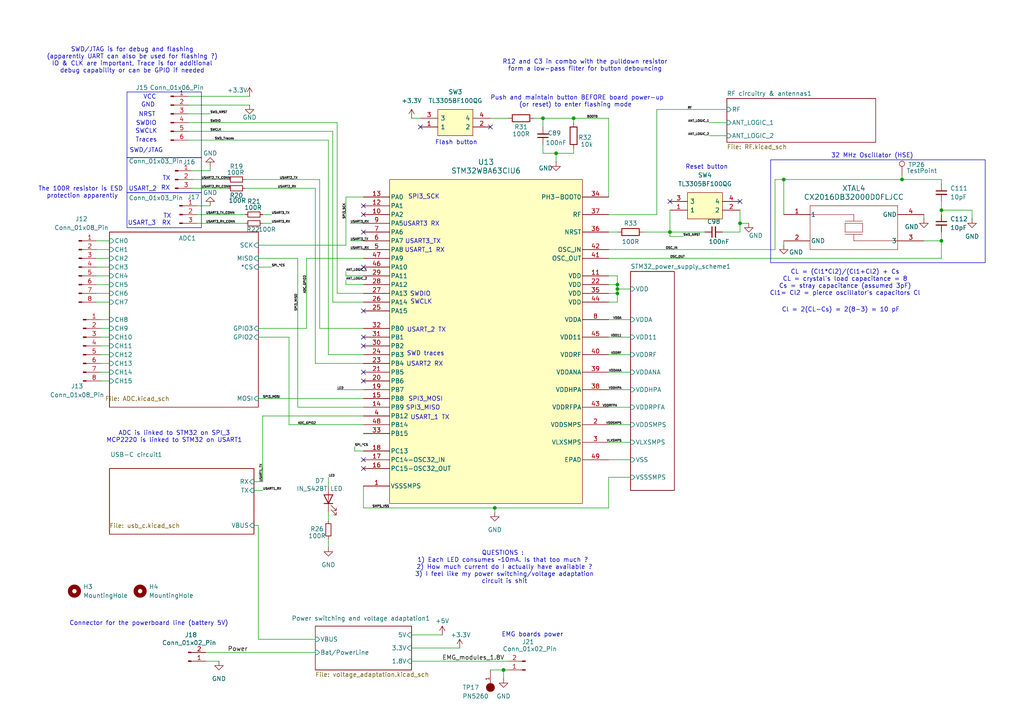
<source format=kicad_sch>
(kicad_sch (version 20250114) (generator "eeschema") (generator_version "9.0")
  (paper "A4")
  (title_block (company "N-Pulse"))
  (lib_symbols
    (symbol "CX2016DB32000D0FLJCC:CX2016DB32000D0FLJCC" (pin_names (offset 0.254))
      (property "Reference" "XTAL" (at 20.32 7.62 0))
      (property "Value" "CX2016DB32000D0FLJCC" (at 20.32 5.08 0))
      (symbol "CX2016DB32000D0FLJCC_0_1"
        (polyline (pts (xy 7.62 2.54) (xy 7.62 -10.16)) (stroke (width 0.127)))
        (polyline (pts (xy 7.62 0) (xy 20.32 0)) (stroke (width 0.127)))
        (polyline (pts (xy 7.62 -10.16) (xy 33.02 -10.16)) (stroke (width 0.127)))
        (polyline (pts (xy 17.78 -1.905) (xy 22.86 -1.905)) (stroke (width 0.127)))
        (polyline (pts (xy 17.78 -2.54) (xy 22.86 -2.54)) (stroke (width 0.127)))
        (polyline (pts (xy 17.78 -5.08) (xy 17.78 -2.54)) (stroke (width 0.127)))
        (polyline (pts (xy 17.78 -5.715) (xy 22.86 -5.715)) (stroke (width 0.127)))
        (polyline (pts (xy 20.32 0) (xy 20.32 -1.905)) (stroke (width 0.127)))
        (polyline (pts (xy 20.32 -7.62) (xy 20.32 -5.715)) (stroke (width 0.127)))
        (polyline (pts (xy 20.32 -7.62) (xy 33.02 -7.62)) (stroke (width 0.127)))
        (polyline (pts (xy 22.86 -2.54) (xy 22.86 -5.08)) (stroke (width 0.127)))
        (polyline (pts (xy 22.86 -5.08) (xy 17.78 -5.08)) (stroke (width 0.127)))
        (polyline (pts (xy 33.02 2.54) (xy 7.62 2.54)) (stroke (width 0.127)))
        (polyline (pts (xy 33.02 -10.16) (xy 33.02 2.54)) (stroke (width 0.127)))
        (pin unspecified line (at 0 0 0) (length 7.62) (name "1") (number "1"))
        (pin power_out line (at 0 -7.62 0) (length 7.62) (name "GND") (number "2"))
        (pin power_out line (at 40.64 0 180) (length 7.62) (name "GND") (number "4"))
        (pin unspecified line (at 40.64 -7.62 180) (length 7.62) (name "3") (number "3"))
      )
    )
    (symbol "Connector:Conn_01x02_Pin" (pin_names (offset 1.016) (hide yes))
      (property "Reference" "J" (at 0 2.54 0))
      (property "Value" "Conn_01x02_Pin" (at 0 -5.08 0))
      (symbol "Conn_01x02_Pin_1_1"
        (rectangle (start 0.8636 0.127) (end 0 -0.127) (stroke (width 0.1524)) (fill (type outline)))
        (rectangle (start 0.8636 -2.413) (end 0 -2.667) (stroke (width 0.1524)) (fill (type outline)))
        (polyline (pts (xy 1.27 0) (xy 0.8636 0)) (stroke (width 0.1524)))
        (polyline (pts (xy 1.27 -2.54) (xy 0.8636 -2.54)) (stroke (width 0.1524)))
        (pin passive line (at 5.08 0 180) (length 3.81) (name "Pin_1") (number "1"))
        (pin passive line (at 5.08 -2.54 180) (length 3.81) (name "Pin_2") (number "2"))
      )
    )
    (symbol "Connector:Conn_01x03_Pin" (pin_names (offset 1.016) (hide yes))
      (property "Reference" "J" (at 0 5.08 0))
      (property "Value" "Conn_01x03_Pin" (at 0 -5.08 0))
      (symbol "Conn_01x03_Pin_1_1"
        (rectangle (start 0.8636 2.667) (end 0 2.413) (stroke (width 0.1524)) (fill (type outline)))
        (rectangle (start 0.8636 0.127) (end 0 -0.127) (stroke (width 0.1524)) (fill (type outline)))
        (rectangle (start 0.8636 -2.413) (end 0 -2.667) (stroke (width 0.1524)) (fill (type outline)))
        (polyline (pts (xy 1.27 2.54) (xy 0.8636 2.54)) (stroke (width 0.1524)))
        (polyline (pts (xy 1.27 0) (xy 0.8636 0)) (stroke (width 0.1524)))
        (polyline (pts (xy 1.27 -2.54) (xy 0.8636 -2.54)) (stroke (width 0.1524)))
        (pin passive line (at 5.08 2.54 180) (length 3.81) (name "Pin_1") (number "1"))
        (pin passive line (at 5.08 0 180) (length 3.81) (name "Pin_2") (number "2"))
        (pin passive line (at 5.08 -2.54 180) (length 3.81) (name "Pin_3") (number "3"))
      )
    )
    (symbol "Connector:Conn_01x06_Pin" (pin_names (offset 1.016) (hide yes))
      (property "Reference" "J" (at 0 7.62 0))
      (property "Value" "Conn_01x06_Pin" (at 0 -10.16 0))
      (symbol "Conn_01x06_Pin_1_1"
        (rectangle (start 0.8636 5.207) (end 0 4.953) (stroke (width 0.1524)) (fill (type outline)))
        (rectangle (start 0.8636 2.667) (end 0 2.413) (stroke (width 0.1524)) (fill (type outline)))
        (rectangle (start 0.8636 0.127) (end 0 -0.127) (stroke (width 0.1524)) (fill (type outline)))
        (rectangle (start 0.8636 -2.413) (end 0 -2.667) (stroke (width 0.1524)) (fill (type outline)))
        (rectangle (start 0.8636 -4.953) (end 0 -5.207) (stroke (width 0.1524)) (fill (type outline)))
        (rectangle (start 0.8636 -7.493) (end 0 -7.747) (stroke (width 0.1524)) (fill (type outline)))
        (polyline (pts (xy 1.27 5.08) (xy 0.8636 5.08)) (stroke (width 0.1524)))
        (polyline (pts (xy 1.27 2.54) (xy 0.8636 2.54)) (stroke (width 0.1524)))
        (polyline (pts (xy 1.27 0) (xy 0.8636 0)) (stroke (width 0.1524)))
        (polyline (pts (xy 1.27 -2.54) (xy 0.8636 -2.54)) (stroke (width 0.1524)))
        (polyline (pts (xy 1.27 -5.08) (xy 0.8636 -5.08)) (stroke (width 0.1524)))
        (polyline (pts (xy 1.27 -7.62) (xy 0.8636 -7.62)) (stroke (width 0.1524)))
        (pin passive line (at 5.08 5.08 180) (length 3.81) (name "Pin_1") (number "1"))
        (pin passive line (at 5.08 2.54 180) (length 3.81) (name "Pin_2") (number "2"))
        (pin passive line (at 5.08 0 180) (length 3.81) (name "Pin_3") (number "3"))
        (pin passive line (at 5.08 -2.54 180) (length 3.81) (name "Pin_4") (number "4"))
        (pin passive line (at 5.08 -5.08 180) (length 3.81) (name "Pin_5") (number "5"))
        (pin passive line (at 5.08 -7.62 180) (length 3.81) (name "Pin_6") (number "6"))
      )
    )
    (symbol "Connector:Conn_01x08_Pin" (pin_names (offset 1.016) (hide yes))
      (property "Reference" "J" (at 0 10.16 0))
      (property "Value" "Conn_01x08_Pin" (at 0 -12.7 0))
      (symbol "Conn_01x08_Pin_1_1"
        (rectangle (start 0.8636 7.747) (end 0 7.493) (stroke (width 0.1524)) (fill (type outline)))
        (rectangle (start 0.8636 5.207) (end 0 4.953) (stroke (width 0.1524)) (fill (type outline)))
        (rectangle (start 0.8636 2.667) (end 0 2.413) (stroke (width 0.1524)) (fill (type outline)))
        (rectangle (start 0.8636 0.127) (end 0 -0.127) (stroke (width 0.1524)) (fill (type outline)))
        (rectangle (start 0.8636 -2.413) (end 0 -2.667) (stroke (width 0.1524)) (fill (type outline)))
        (rectangle (start 0.8636 -4.953) (end 0 -5.207) (stroke (width 0.1524)) (fill (type outline)))
        (rectangle (start 0.8636 -7.493) (end 0 -7.747) (stroke (width 0.1524)) (fill (type outline)))
        (rectangle (start 0.8636 -10.033) (end 0 -10.287) (stroke (width 0.1524)) (fill (type outline)))
        (polyline (pts (xy 1.27 7.62) (xy 0.8636 7.62)) (stroke (width 0.1524)))
        (polyline (pts (xy 1.27 5.08) (xy 0.8636 5.08)) (stroke (width 0.1524)))
        (polyline (pts (xy 1.27 2.54) (xy 0.8636 2.54)) (stroke (width 0.1524)))
        (polyline (pts (xy 1.27 0) (xy 0.8636 0)) (stroke (width 0.1524)))
        (polyline (pts (xy 1.27 -2.54) (xy 0.8636 -2.54)) (stroke (width 0.1524)))
        (polyline (pts (xy 1.27 -5.08) (xy 0.8636 -5.08)) (stroke (width 0.1524)))
        (polyline (pts (xy 1.27 -7.62) (xy 0.8636 -7.62)) (stroke (width 0.1524)))
        (polyline (pts (xy 1.27 -10.16) (xy 0.8636 -10.16)) (stroke (width 0.1524)))
        (pin passive line (at 5.08 7.62 180) (length 3.81) (name "Pin_1") (number "1"))
        (pin passive line (at 5.08 5.08 180) (length 3.81) (name "Pin_2") (number "2"))
        (pin passive line (at 5.08 2.54 180) (length 3.81) (name "Pin_3") (number "3"))
        (pin passive line (at 5.08 0 180) (length 3.81) (name "Pin_4") (number "4"))
        (pin passive line (at 5.08 -2.54 180) (length 3.81) (name "Pin_5") (number "5"))
        (pin passive line (at 5.08 -5.08 180) (length 3.81) (name "Pin_6") (number "6"))
        (pin passive line (at 5.08 -7.62 180) (length 3.81) (name "Pin_7") (number "7"))
        (pin passive line (at 5.08 -10.16 180) (length 3.81) (name "Pin_8") (number "8"))
      )
    )
    (symbol "Connector:TestPoint" (pin_numbers (hide yes)) (pin_names (offset 0.762) (hide yes))
      (property "Reference" "TP" (at 0 6.858 0))
      (property "Value" "TestPoint" (at 0 5.08 0))
      (symbol "TestPoint_0_1"
        (circle (center 0 3.302) (radius 0.762))
      )
      (symbol "TestPoint_1_1"
        (pin passive line (at 0 0 90) (length 2.54) (name "1") (number "1"))
      )
    )
    (symbol "Device:C_Small" (pin_numbers (hide yes)) (pin_names (offset 0.254) (hide yes))
      (property "Reference" "C" (at 0.254 1.778 0))
      (property "Value" "C_Small" (at 0.254 -2.032 0))
      (symbol "C_Small_0_1"
        (polyline (pts (xy -1.524 0.508) (xy 1.524 0.508)) (stroke (width 0.3048)))
        (polyline (pts (xy -1.524 -0.508) (xy 1.524 -0.508)) (stroke (width 0.3302)))
      )
      (symbol "C_Small_1_1"
        (pin passive line (at 0 2.54 270) (length 2.032) (name "~") (number "1"))
        (pin passive line (at 0 -2.54 90) (length 2.032) (name "~") (number "2"))
      )
    )
    (symbol "Device:LED" (pin_numbers (hide yes)) (pin_names (offset 1.016) (hide yes))
      (property "Reference" "D" (at 0 2.54 0))
      (property "Value" "LED" (at 0 -2.54 0))
      (symbol "LED_0_1"
        (polyline (pts (xy -3.048 -0.762) (xy -4.572 -2.286) (xy -3.81 -2.286) (xy -4.572 -2.286) (xy -4.572 -1.524)))
        (polyline (pts (xy -1.778 -0.762) (xy -3.302 -2.286) (xy -2.54 -2.286) (xy -3.302 -2.286) (xy -3.302 -1.524)))
        (polyline (pts (xy -1.27 0) (xy 1.27 0)))
        (polyline (pts (xy -1.27 -1.27) (xy -1.27 1.27)) (stroke (width 0.254)))
        (polyline (pts (xy 1.27 -1.27) (xy 1.27 1.27) (xy -1.27 0) (xy 1.27 -1.27)) (stroke (width 0.254)))
      )
      (symbol "LED_1_1"
        (pin passive line (at -3.81 0 0) (length 2.54) (name "K") (number "1"))
        (pin passive line (at 3.81 0 180) (length 2.54) (name "A") (number "2"))
      )
    )
    (symbol "Device:R" (pin_numbers (hide yes)) (pin_names (offset 0))
      (property "Reference" "R" (at 2.032 0 90))
      (property "Value" "R" (at 0 0 90))
      (symbol "R_0_1"
        (rectangle (start -1.016 -2.54) (end 1.016 2.54) (stroke (width 0.254)))
      )
      (symbol "R_1_1"
        (pin passive line (at 0 3.81 270) (length 1.27) (name "~") (number "1"))
        (pin passive line (at 0 -3.81 90) (length 1.27) (name "~") (number "2"))
      )
    )
    (symbol "Device:R_Small" (pin_numbers (hide yes)) (pin_names (offset 0.254) (hide yes))
      (property "Reference" "R" (at 0.762 0.508 0))
      (property "Value" "R_Small" (at 0.762 -1.016 0))
      (symbol "R_Small_0_1"
        (rectangle (start -0.762 1.778) (end 0.762 -1.778) (stroke (width 0.2032)))
      )
      (symbol "R_Small_1_1"
        (pin passive line (at 0 2.54 270) (length 0.762) (name "~") (number "1"))
        (pin passive line (at 0 -2.54 90) (length 0.762) (name "~") (number "2"))
      )
    )
    (symbol "Mechanical:MountingHole" (pin_names (offset 1.016)) (exclude_from_sim yes) (in_bom no)
      (property "Reference" "H" (at 0 5.08 0))
      (property "Value" "MountingHole" (at 0 3.175 0))
      (symbol "MountingHole_0_1"
        (circle (center 0 0) (radius 1.27) (stroke (width 1.27)))
      )
    )
    (symbol "PN5260:5260" (pin_names (offset 1.016))
      (property "Reference" "TP" (at -2.5444 2.5415 0))
      (property "Value" "5260" (at -2.55 -5.0866 0))
      (symbol "5260_0_0"
        (circle (center 0 0) (radius 0.635) (stroke (width 1.27)))
        (pin passive line (at -5.08 0 0) (length 5.08) (name "~") (number "1"))
      )
    )
    (symbol "STM32WBA63CI:STM32WBA63CIU6" (pin_names (offset 0.254))
      (property "Reference" "U1" (at 35.56 10.16 0))
      (property "Value" "STM32WBA63CIU6" (at 35.56 7.62 0))
      (symbol "STM32WBA63CIU6_0_1"
        (pin bidirectional line (at 0 0 0) (length 7.62) (name "PA0") (number "13"))
        (pin bidirectional line (at 0 -2.54 0) (length 7.62) (name "PA1") (number "12"))
        (pin bidirectional line (at 0 -5.08 0) (length 7.62) (name "PA2") (number "10"))
        (pin bidirectional line (at 0 -7.62 0) (length 7.62) (name "PA5") (number "9"))
        (pin bidirectional line (at 0 -10.16 0) (length 7.62) (name "PA6") (number "7"))
        (pin bidirectional line (at 0 -12.7 0) (length 7.62) (name "PA7") (number "6"))
        (pin bidirectional line (at 0 -15.24 0) (length 7.62) (name "PA8") (number "5"))
        (pin bidirectional line (at 0 -17.78 0) (length 7.62) (name "PA9") (number "47"))
        (pin bidirectional line (at 0 -20.32 0) (length 7.62) (name "PA10") (number "46"))
        (pin bidirectional line (at 0 -22.86 0) (length 7.62) (name "PA11") (number "29"))
        (pin bidirectional line (at 0 -25.4 0) (length 7.62) (name "PA12") (number "28"))
        (pin bidirectional line (at 0 -27.94 0) (length 7.62) (name "PA13") (number "27"))
        (pin bidirectional line (at 0 -30.48 0) (length 7.62) (name "PA14") (number "26"))
        (pin bidirectional line (at 0 -33.02 0) (length 7.62) (name "PA15") (number "25"))
        (pin bidirectional line (at 0 -38.1 0) (length 7.62) (name "PB0") (number "32"))
        (pin bidirectional line (at 0 -40.64 0) (length 7.62) (name "PB1") (number "31"))
        (pin bidirectional line (at 0 -43.18 0) (length 7.62) (name "PB2") (number "30"))
        (pin bidirectional line (at 0 -45.72 0) (length 7.62) (name "PB3") (number "24"))
        (pin bidirectional line (at 0 -48.26 0) (length 7.62) (name "PB4") (number "23"))
        (pin bidirectional line (at 0 -50.8 0) (length 7.62) (name "PB5") (number "21"))
        (pin bidirectional line (at 0 -53.34 0) (length 7.62) (name "PB6") (number "20"))
        (pin bidirectional line (at 0 -55.88 0) (length 7.62) (name "PB7") (number "19"))
        (pin bidirectional line (at 0 -58.42 0) (length 7.62) (name "PB8") (number "15"))
        (pin bidirectional line (at 0 -60.96 0) (length 7.62) (name "PB9") (number "14"))
        (pin bidirectional line (at 0 -63.5 0) (length 7.62) (name "PB12") (number "4"))
        (pin bidirectional line (at 0 -66.04 0) (length 7.62) (name "PB14") (number "48"))
        (pin bidirectional line (at 0 -68.58 0) (length 7.62) (name "PB15") (number "33"))
        (pin bidirectional line (at 0 -73.66 0) (length 7.62) (name "PC13") (number "18"))
        (pin bidirectional line (at 0 -76.2 0) (length 7.62) (name "PC14-OSC32_IN") (number "17"))
        (pin bidirectional line (at 0 -78.74 0) (length 7.62) (name "PC15-OSC32_OUT") (number "16"))
        (pin power_in line (at 0 -83.82 0) (length 7.62) (name "VSSSMPS") (number "1"))
        (pin bidirectional line (at 71.12 0 180) (length 7.62) (name "PH3-BOOT0") (number "34"))
        (pin bidirectional line (at 71.12 -5.08 180) (length 7.62) (name "RF") (number "37"))
        (pin bidirectional line (at 71.12 -10.16 180) (length 7.62) (name "NRST") (number "36"))
        (pin input line (at 71.12 -15.24 180) (length 7.62) (name "OSC_IN") (number "42"))
        (pin output line (at 71.12 -17.78 180) (length 7.62) (name "OSC_OUT") (number "41"))
        (pin power_in line (at 71.12 -22.86 180) (length 7.62) (name "VDD") (number "11"))
        (pin power_in line (at 71.12 -25.4 180) (length 7.62) (name "VDD") (number "22"))
        (pin power_in line (at 71.12 -27.94 180) (length 7.62) (name "VDD") (number "35"))
        (pin power_in line (at 71.12 -30.48 180) (length 7.62) (name "VDD") (number "44"))
        (pin power_in line (at 71.12 -35.56 180) (length 7.62) (name "VDDA") (number "8"))
        (pin power_in line (at 71.12 -40.64 180) (length 7.62) (name "VDD11") (number "45"))
        (pin power_in line (at 71.12 -45.72 180) (length 7.62) (name "VDDRF") (number "40"))
        (pin power_in line (at 71.12 -50.8 180) (length 7.62) (name "VDDANA") (number "39"))
        (pin power_in line (at 71.12 -55.88 180) (length 7.62) (name "VDDHPA") (number "38"))
        (pin power_in line (at 71.12 -60.96 180) (length 7.62) (name "VDDRFPA") (number "43"))
        (pin power_in line (at 71.12 -66.04 180) (length 7.62) (name "VDDSMPS") (number "2"))
        (pin power_in line (at 71.12 -71.12 180) (length 7.62) (name "VLXSMPS") (number "3"))
        (pin unspecified line (at 71.12 -76.2 180) (length 7.62) (name "EPAD") (number "49"))
      )
      (symbol "STM32WBA63CIU6_1_1"
        (rectangle (start 7.62 5.08) (end 63.5 -88.9) (fill (type background)))
      )
    )
    (symbol "TL3305BF100QG:TL3305BF100QG" (pin_names (offset 0.762))
      (property "Reference" "SW2" (at 10.16 7.62 0))
      (property "Value" "TL3305BF100QG" (at 10.16 5.08 0))
      (symbol "TL3305BF100QG_0_0"
        (pin passive line (at 0 0 0) (length 5.08) (name "3") (number "3"))
        (pin passive line (at 0 -2.54 0) (length 5.08) (name "1") (number "1"))
        (pin passive line (at 20.32 0 180) (length 5.08) (name "4") (number "4"))
        (pin passive line (at 20.32 -2.54 180) (length 5.08) (name "2") (number "2"))
      )
      (symbol "TL3305BF100QG_0_1"
        (polyline (pts (xy 5.08 2.54) (xy 15.24 2.54) (xy 15.24 -5.08) (xy 5.08 -5.08) (xy 5.08 2.54)) (stroke (width 0.1524)) (fill (type background)))
      )
    )
    (symbol "TL3305BF100QG_1" (pin_names (offset 0.762))
      (property "Reference" "SW1" (at 10.16 7.62 0))
      (property "Value" "TL3305BF100QG" (at 10.16 5.08 0))
      (symbol "TL3305BF100QG_1_0_0"
        (pin passive line (at 0 0 0) (length 5.08) (name "3") (number "3"))
        (pin passive line (at 0 -2.54 0) (length 5.08) (name "1") (number "1"))
        (pin passive line (at 20.32 0 180) (length 5.08) (name "4") (number "4"))
        (pin passive line (at 20.32 -2.54 180) (length 5.08) (name "2") (number "2"))
      )
      (symbol "TL3305BF100QG_1_0_1"
        (polyline (pts (xy 5.08 2.54) (xy 15.24 2.54) (xy 15.24 -5.08) (xy 5.08 -5.08) (xy 5.08 2.54)) (stroke (width 0.1524)) (fill (type background)))
      )
    )
    (symbol "power:+3.3V" (power) (pin_numbers (hide yes)) (pin_names (offset 0) (hide yes))
      (property "Value" "+3.3V" (at 0 3.556 0))
      (symbol "+3.3V_0_1"
        (polyline (pts (xy -0.762 1.27) (xy 0 2.54)))
        (polyline (pts (xy 0 2.54) (xy 0.762 1.27)))
        (polyline (pts (xy 0 0) (xy 0 2.54)))
      )
      (symbol "+3.3V_1_1"
        (pin power_in line (at 0 0 90) (length 0) (name "~") (number "1"))
      )
    )
    (symbol "power:+5V" (power) (pin_numbers (hide yes)) (pin_names (offset 0) (hide yes))
      (property "Value" "+5V" (at 0 3.556 0))
      (symbol "+5V_0_1"
        (polyline (pts (xy -0.762 1.27) (xy 0 2.54)))
        (polyline (pts (xy 0 2.54) (xy 0.762 1.27)))
        (polyline (pts (xy 0 0) (xy 0 2.54)))
      )
      (symbol "+5V_1_1"
        (pin power_in line (at 0 0 90) (length 0) (name "~") (number "1"))
      )
    )
    (symbol "power:GND" (power) (pin_numbers (hide yes)) (pin_names (offset 0) (hide yes))
      (property "Value" "GND" (at 0 -3.81 0))
      (symbol "GND_0_1"
        (polyline (pts (xy 0 0) (xy 0 -1.27) (xy 1.27 -1.27) (xy 0 -2.54) (xy -1.27 -1.27) (xy 0 -1.27)))
      )
      (symbol "GND_1_1"
        (pin power_in line (at 0 0 270) (length 0) (name "~") (number "1"))
      )
    )
  )
  (text "GND\n" (at 42.926 30.48 0) (effects (font (size 1.27 1.27))))
  (text "SPI3_MOSI" (at 123.444 115.824 0) (effects (font (size 1.27 1.27))))
  (text "Cl = 2(CL-Cs) = 2(8-3) = 10 pF" (at 243.84 89.916 0) (effects (font (size 1.27 1.27))))
  (text "QUESTIONS : \n1) Each LED consumes ~10mA. Is that too much ? \n2) How much current do I actually have available ?\n3) I feel like my power switching/voltage adaptation\ncircuit is shit\n" (at 146.304 164.592 0) (effects (font (size 1.27 1.27))))
  (text "RX\n" (at 48.006 54.61 0) (effects (font (size 1.27 1.27))))
  (text "USART2 RX" (at 123.19 105.664 0) (effects (font (size 1.27 1.27))))
  (text "VCC\n" (at 43.434 28.194 0) (effects (font (size 1.27 1.27))))
  (text "SWD traces\n" (at 123.444 102.616 0) (effects (font (size 1.27 1.27))))
  (text "Reset button\n" (at 204.978 48.514 0) (effects (font (size 1.27 1.27))))
  (text "CL = (Cl1*Cl2)/(Cl1+Cl2) + Cs\nCL = crystal's load capacitance = 8\nCs = stray capacitance (assumed 3pF)\nCl1= Cl2 = pierce oscillator's capacitors Cl" (at 245.11 82.042 0) (effects (font (size 1.27 1.27))))
  (text "Traces" (at 42.418 40.64 0) (effects (font (size 1.27 1.27))))
  (text "SWD/JTAG" (at 42.418 43.688 0) (effects (font (size 1.27 1.27))))
  (text "USART_3\n" (at 41.148 64.77 0) (effects (font (size 1.27 1.27))))
  (text "The 100R resistor is ESD \nprotection apparently" (at 23.876 55.88 0) (effects (font (size 1.27 1.27))))
  (text "SWCLK" (at 122.174 87.63 0) (effects (font (size 1.27 1.27))))
  (text "Push and maintain button BEFORE board power-up\n(or reset) to enter flashing mode " (at 167.386 29.464 0) (effects (font (size 1.27 1.27))))
  (text "SWDIO" (at 42.418 35.814 0) (effects (font (size 1.27 1.27))))
  (text "RX\n" (at 48.26 64.77 0) (effects (font (size 1.27 1.27))))
  (text "R12 and C3 in combo with the pulldown resistor\nform a low-pass filter for button debouncing" (at 169.672 19.05 0) (effects (font (size 1.27 1.27))))
  (text "SWCLK" (at 42.418 38.1 0) (effects (font (size 1.27 1.27))))
  (text "SPI3_MISO" (at 122.682 118.364 0) (effects (font (size 1.27 1.27))))
  (text "32 MHz Oscillator (HSE)\n" (at 252.984 45.212 0) (effects (font (size 1.27 1.27))))
  (text "TX\n" (at 48.514 62.738 0) (effects (font (size 1.27 1.27))))
  (text "SWDIO" (at 121.92 85.344 0) (effects (font (size 1.27 1.27))))
  (text "EMG boards power\n\n" (at 154.432 185.166 0) (effects (font (size 1.27 1.27))))
  (text "ADC is linked to STM32 on SPI_3\nMCP2220 is linked to STM32 on USART1\n" (at 50.546 126.746 0) (effects (font (size 1.27 1.27))))
  (text "USART3_TX" (at 122.682 70.104 0) (effects (font (size 1.27 1.27))))
  (text "USART_1 RX" (at 123.19 72.644 0) (effects (font (size 1.27 1.27))))
  (text "NRST" (at 42.672 33.274 0) (effects (font (size 1.27 1.27))))
  (text "Connector for the powerboard line (battery 5V)\n" (at 43.18 180.848 0) (effects (font (size 1.27 1.27))))
  (text "USART_2 TX" (at 123.698 95.758 0) (effects (font (size 1.27 1.27))))
  (text "USART_2" (at 41.402 54.864 0) (effects (font (size 1.27 1.27))))
  (text "USART3 RX" (at 122.174 65.024 0) (effects (font (size 1.27 1.27))))
  (text "TX\n" (at 48.26 51.816 0) (effects (font (size 1.27 1.27))))
  (text "Flash button" (at 132.334 41.402 0) (effects (font (size 1.27 1.27))))
  (text "SPI3_SCK" (at 122.936 57.15 0) (effects (font (size 1.27 1.27))))
  (text "SWD/JTAG is for debug and flashing\n(apparently UART can also be used for flashing ?)\nIO & CLK are important, Trace is for additional\ndebug capability or can be GPIO if needed\n" (at 38.354 17.526 0) (effects (font (size 1.27 1.27))))
  (text "USART_1 TX" (at 124.714 121.158 0) (effects (font (size 1.27 1.27))))
  (text_box "" (at 36.83 55.88 0) (size 21.59 10.16) (margins 0.9525 0.9525 0.9525 0.9525) (effects (font (size 1.27 1.27)) (justify left top)))
  (text_box "" (at 36.83 26.67 0) (size 21.59 19.05) (margins 0.9525 0.9525 0.9525 0.9525) (effects (font (size 1.27 1.27)) (justify left top)))
  (text_box "" (at 223.52 46.355 0) (size 62.23 29.845) (margins 0.9525 0.9525 0.9525 0.9525) (effects (font (size 1.27 1.27)) (justify left top)))
  (text_box "" (at 36.83 45.72 0) (size 21.59 10.16) (margins 0.9525 0.9525 0.9525 0.9525) (effects (font (size 1.27 1.27)) (justify left top)))
  (junction (at 179.07 82.55))
  (junction (at 143.51 147.32))
  (junction (at 227.33 52.07))
  (junction (at 261.62 52.07))
  (junction (at 214.63 64.77))
  (junction (at 146.05 194.31))
  (junction (at 179.07 83.82))
  (junction (at 166.37 34.29))
  (junction (at 273.05 60.96))
  (junction (at 273.05 69.85))
  (junction (at 194.31 67.31))
  (junction (at 179.07 85.09))
  (junction (at 161.29 44.45))
  (junction (at 157.48 34.29))
  (no_connect (at 214.63 58.42))
  (no_connect (at 105.41 62.23))
  (no_connect (at 105.41 110.49))
  (no_connect (at 105.41 133.35))
  (no_connect (at 105.41 100.33))
  (no_connect (at 142.24 36.83))
  (no_connect (at 105.41 107.95))
  (no_connect (at 194.31 58.42))
  (no_connect (at 105.41 135.89))
  (no_connect (at 121.92 36.83))
  (no_connect (at 105.41 97.79))
  (no_connect (at 105.41 67.31))
  (no_connect (at 105.41 90.17))
  (no_connect (at 105.41 59.69))
  (no_connect (at 105.41 77.47))
  (wire (pts (xy 224.79 52.07) (xy 224.79 72.39)))
  (wire (pts (xy 176.53 92.71) (xy 182.88 92.71)))
  (wire (pts (xy 100.33 78.74) (xy 100.33 80.01)))
  (wire (pts (xy 83.82 97.79) (xy 74.93 97.79)))
  (wire (pts (xy 27.94 69.85) (xy 31.75 69.85)))
  (wire (pts (xy 54.61 33.02) (xy 60.96 33.02)))
  (wire (pts (xy 95.25 102.87) (xy 105.41 102.87)))
  (wire (pts (xy 29.21 107.95) (xy 31.75 107.95)))
  (wire (pts (xy 176.53 133.35) (xy 182.88 133.35)))
  (wire (pts (xy 95.25 138.43) (xy 95.25 140.97)))
  (wire (pts (xy 157.48 41.91) (xy 157.48 44.45)))
  (wire (pts (xy 105.41 147.32) (xy 105.41 140.97)))
  (wire (pts (xy 54.61 30.48) (xy 72.39 30.48)))
  (wire (pts (xy 179.07 87.63) (xy 176.53 87.63)))
  (wire (pts (xy 74.93 152.4) (xy 74.93 185.42)))
  (wire (pts (xy 74.93 185.42) (xy 91.44 185.42)))
  (wire (pts (xy 119.38 187.96) (xy 133.35 187.96)))
  (wire (pts (xy 273.05 52.07) (xy 273.05 53.34)))
  (wire (pts (xy 157.48 34.29) (xy 166.37 34.29)))
  (wire (pts (xy 91.44 54.61) (xy 91.44 105.41)))
  (wire (pts (xy 281.94 60.96) (xy 273.05 60.96)))
  (wire (pts (xy 102.87 130.81) (xy 102.87 129.54)))
  (wire (pts (xy 214.63 60.96) (xy 214.63 64.77)))
  (wire (pts (xy 100.33 82.55) (xy 105.41 82.55)))
  (wire (pts (xy 100.33 57.15) (xy 100.33 71.12)))
  (wire (pts (xy 74.93 95.25) (xy 88.9 95.25)))
  (wire (pts (xy 71.12 54.61) (xy 91.44 54.61)))
  (wire (pts (xy 86.36 74.93) (xy 86.36 118.11)))
  (wire (pts (xy 267.97 62.23) (xy 267.97 63.5)))
  (wire (pts (xy 95.25 40.64) (xy 95.25 102.87)))
  (wire (pts (xy 143.51 148.59) (xy 143.51 147.32)))
  (wire (pts (xy 29.21 110.49) (xy 31.75 110.49)))
  (wire (pts (xy 166.37 34.29) (xy 176.53 34.29)))
  (wire (pts (xy 27.94 80.01) (xy 31.75 80.01)))
  (wire (pts (xy 27.94 87.63) (xy 31.75 87.63)))
  (wire (pts (xy 142.24 34.29) (xy 147.32 34.29)))
  (wire (pts (xy 57.15 62.23) (xy 71.12 62.23)))
  (wire (pts (xy 143.51 147.32) (xy 176.53 147.32)))
  (wire (pts (xy 176.53 107.95) (xy 182.88 107.95)))
  (wire (pts (xy 176.53 113.03) (xy 182.88 113.03)))
  (wire (pts (xy 176.53 147.32) (xy 176.53 138.43)))
  (wire (pts (xy 29.21 102.87) (xy 31.75 102.87)))
  (wire (pts (xy 74.93 71.12) (xy 100.33 71.12)))
  (wire (pts (xy 179.07 80.01) (xy 179.07 82.55)))
  (wire (pts (xy 27.94 85.09) (xy 31.75 85.09)))
  (wire (pts (xy 105.41 147.32) (xy 143.51 147.32)))
  (wire (pts (xy 105.41 85.09) (xy 97.79 85.09)))
  (wire (pts (xy 267.97 69.85) (xy 273.05 69.85)))
  (wire (pts (xy 119.38 184.15) (xy 128.27 184.15)))
  (wire (pts (xy 76.2 64.77) (xy 78.74 64.77)))
  (wire (pts (xy 157.48 44.45) (xy 161.29 44.45)))
  (wire (pts (xy 214.63 64.77) (xy 217.17 64.77)))
  (wire (pts (xy 54.61 38.1) (xy 96.52 38.1)))
  (wire (pts (xy 97.79 85.09) (xy 97.79 35.56)))
  (wire (pts (xy 190.5 31.75) (xy 210.82 31.75)))
  (wire (pts (xy 273.05 74.93) (xy 273.05 69.85)))
  (wire (pts (xy 29.21 92.71) (xy 31.75 92.71)))
  (wire (pts (xy 100.33 81.28) (xy 100.33 82.55)))
  (wire (pts (xy 179.07 85.09) (xy 179.07 87.63)))
  (wire (pts (xy 205.74 39.37) (xy 210.82 39.37)))
  (wire (pts (xy 55.88 54.61) (xy 66.04 54.61)))
  (wire (pts (xy 73.66 139.7) (xy 76.2 139.7)))
  (wire (pts (xy 74.93 115.57) (xy 105.41 115.57)))
  (wire (pts (xy 57.15 64.77) (xy 71.12 64.77)))
  (wire (pts (xy 73.66 142.24) (xy 76.2 142.24)))
  (wire (pts (xy 27.94 74.93) (xy 31.75 74.93)))
  (wire (pts (xy 205.74 35.56) (xy 210.82 35.56)))
  (wire (pts (xy 100.33 80.01) (xy 105.41 80.01)))
  (wire (pts (xy 166.37 34.29) (xy 166.37 35.56)))
  (wire (pts (xy 101.6 72.39) (xy 105.41 72.39)))
  (wire (pts (xy 54.61 35.56) (xy 97.79 35.56)))
  (wire (pts (xy 176.53 102.87) (xy 182.88 102.87)))
  (wire (pts (xy 29.21 95.25) (xy 31.75 95.25)))
  (wire (pts (xy 261.62 50.8) (xy 261.62 52.07)))
  (wire (pts (xy 27.94 82.55) (xy 31.75 82.55)))
  (wire (pts (xy 190.5 62.23) (xy 190.5 31.75)))
  (wire (pts (xy 214.63 64.77) (xy 214.63 67.31)))
  (wire (pts (xy 176.53 62.23) (xy 190.5 62.23)))
  (wire (pts (xy 273.05 67.31) (xy 273.05 69.85)))
  (wire (pts (xy 27.94 77.47) (xy 31.75 77.47)))
  (wire (pts (xy 105.41 118.11) (xy 86.36 118.11)))
  (wire (pts (xy 179.07 82.55) (xy 176.53 82.55)))
  (wire (pts (xy 194.31 67.31) (xy 194.31 60.96)))
  (wire (pts (xy 76.2 120.65) (xy 76.2 139.7)))
  (wire (pts (xy 74.93 74.93) (xy 86.36 74.93)))
  (wire (pts (xy 105.41 120.65) (xy 76.2 120.65)))
  (wire (pts (xy 161.29 44.45) (xy 161.29 46.99)))
  (wire (pts (xy 60.96 48.26) (xy 60.96 49.53)))
  (wire (pts (xy 76.2 62.23) (xy 78.74 62.23)))
  (wire (pts (xy 224.79 52.07) (xy 227.33 52.07)))
  (wire (pts (xy 186.69 67.31) (xy 194.31 67.31)))
  (wire (pts (xy 142.24 194.31) (xy 146.05 194.31)))
  (wire (pts (xy 176.53 74.93) (xy 273.05 74.93)))
  (wire (pts (xy 261.62 52.07) (xy 273.05 52.07)))
  (wire (pts (xy 88.9 74.93) (xy 88.9 95.25)))
  (wire (pts (xy 273.05 58.42) (xy 273.05 60.96)))
  (wire (pts (xy 71.12 52.07) (xy 92.71 52.07)))
  (wire (pts (xy 54.61 40.64) (xy 95.25 40.64)))
  (wire (pts (xy 105.41 74.93) (xy 88.9 74.93)))
  (wire (pts (xy 60.96 49.53) (xy 55.88 49.53)))
  (wire (pts (xy 227.33 52.07) (xy 261.62 52.07)))
  (wire (pts (xy 157.48 36.83) (xy 157.48 34.29)))
  (wire (pts (xy 281.94 60.96) (xy 281.94 63.5)))
  (wire (pts (xy 95.25 148.59) (xy 95.25 151.13)))
  (wire (pts (xy 29.21 105.41) (xy 31.75 105.41)))
  (wire (pts (xy 176.53 80.01) (xy 179.07 80.01)))
  (wire (pts (xy 73.66 152.4) (xy 74.93 152.4)))
  (wire (pts (xy 29.21 97.79) (xy 31.75 97.79)))
  (wire (pts (xy 273.05 60.96) (xy 273.05 62.23)))
  (wire (pts (xy 59.69 189.23) (xy 91.44 189.23)))
  (wire (pts (xy 27.94 72.39) (xy 31.75 72.39)))
  (wire (pts (xy 119.38 34.29) (xy 121.92 34.29)))
  (wire (pts (xy 179.07 83.82) (xy 179.07 82.55)))
  (wire (pts (xy 194.31 67.31) (xy 194.31 68.58)))
  (wire (pts (xy 83.82 123.19) (xy 105.41 123.19)))
  (wire (pts (xy 29.21 100.33) (xy 31.75 100.33)))
  (wire (pts (xy 176.53 72.39) (xy 224.79 72.39)))
  (wire (pts (xy 179.07 83.82) (xy 179.07 85.09)))
  (wire (pts (xy 96.52 38.1) (xy 96.52 87.63)))
  (wire (pts (xy 101.6 64.77) (xy 105.41 64.77)))
  (wire (pts (xy 176.53 97.79) (xy 182.88 97.79)))
  (wire (pts (xy 166.37 43.18) (xy 166.37 44.45)))
  (wire (pts (xy 105.41 130.81) (xy 102.87 130.81)))
  (wire (pts (xy 83.82 97.79) (xy 83.82 123.19)))
  (wire (pts (xy 55.88 52.07) (xy 66.04 52.07)))
  (wire (pts (xy 74.93 77.47) (xy 78.74 77.47)))
  (wire (pts (xy 176.53 67.31) (xy 179.07 67.31)))
  (wire (pts (xy 57.15 59.69) (xy 60.96 59.69)))
  (wire (pts (xy 176.53 34.29) (xy 176.53 57.15)))
  (wire (pts (xy 227.33 62.23) (xy 227.33 52.07)))
  (wire (pts (xy 96.52 87.63) (xy 105.41 87.63)))
  (wire (pts (xy 194.31 67.31) (xy 204.47 67.31)))
  (wire (pts (xy 194.31 68.58) (xy 198.12 68.58)))
  (wire (pts (xy 92.71 95.25) (xy 105.41 95.25)))
  (wire (pts (xy 176.53 128.27) (xy 182.88 128.27)))
  (wire (pts (xy 176.53 138.43) (xy 182.88 138.43)))
  (wire (pts (xy 209.55 67.31) (xy 214.63 67.31)))
  (wire (pts (xy 146.05 194.31) (xy 147.32 194.31)))
  (wire (pts (xy 182.88 83.82) (xy 179.07 83.82)))
  (wire (pts (xy 95.25 156.21) (xy 95.25 158.75)))
  (wire (pts (xy 176.53 118.11) (xy 182.88 118.11)))
  (wire (pts (xy 59.69 191.77) (xy 63.5 191.77)))
  (wire (pts (xy 176.53 123.19) (xy 182.88 123.19)))
  (wire (pts (xy 227.33 69.85) (xy 227.33 71.12)))
  (wire (pts (xy 91.44 105.41) (xy 105.41 105.41)))
  (wire (pts (xy 119.38 191.77) (xy 147.32 191.77)))
  (wire (pts (xy 54.61 27.94) (xy 72.39 27.94)))
  (wire (pts (xy 146.05 196.85) (xy 146.05 194.31)))
  (wire (pts (xy 179.07 85.09) (xy 176.53 85.09)))
  (wire (pts (xy 101.6 69.85) (xy 105.41 69.85)))
  (wire (pts (xy 92.71 52.07) (xy 92.71 95.25)))
  (wire (pts (xy 97.79 113.03) (xy 105.41 113.03)))
  (wire (pts (xy 154.94 34.29) (xy 157.48 34.29)))
  (wire (pts (xy 100.33 57.15) (xy 105.41 57.15)))
  (wire (pts (xy 161.29 44.45) (xy 166.37 44.45)))
  (label "VDDA" (at 180.34 92.71 180) (effects (font (size 0.635 0.635))))
  (label "LED" (at 95.25 138.43 0) (effects (font (size 0.635 0.635))))
  (label "USART3_RX_CONN" (at 59.69 64.77 0) (effects (font (size 0.635 0.635))))
  (label "RF" (at 199.39 31.75 0) (effects (font (size 0.635 0.635))))
  (label "Power" (at 66.04 189.23 0))
  (label "SWD_NRST" (at 198.12 68.58 0) (effects (font (size 0.635 0.635))))
  (label "VDDSMPS" (at 180.34 123.19 180) (effects (font (size 0.635 0.635))))
  (label "USART3_TX_CONN" (at 59.69 62.23 0) (effects (font (size 0.635 0.635))))
  (label "VDDRFPA" (at 179.07 118.11 180) (effects (font (size 0.635 0.635))))
  (label "BOOT0" (at 170.18 34.29 0) (effects (font (size 0.635 0.635))))
  (label "USART3_TX" (at 78.74 62.23 0) (effects (font (size 0.635 0.635))))
  (label "USART3_TX" (at 101.6 69.85 0) (effects (font (size 0.635 0.635))))
  (label "USART2_TX_CONN" (at 58.42 52.07 0) (effects (font (size 0.635 0.635))))
  (label "LED" (at 97.79 113.03 0) (effects (font (size 0.635 0.635))))
  (label "SPI3_SCK" (at 100.33 63.5 90) (effects (font (size 0.635 0.635))))
  (label "USART1_RX" (at 76.2 142.24 0) (effects (font (size 0.635 0.635))))
  (label "SWD_Traces" (at 62.23 40.64 0) (effects (font (size 0.635 0.635))))
  (label "SPI_*CS" (at 102.87 129.54 0) (effects (font (size 0.635 0.635))))
  (label "VDD11" (at 180.34 97.79 180) (effects (font (size 0.635 0.635))))
  (label "USART1_TX" (at 76.2 139.7 90) (effects (font (size 0.635 0.635))))
  (label "SPI_*CS" (at 78.74 77.47 0) (effects (font (size 0.635 0.635))))
  (label "USART2_RX_CONN" (at 58.42 54.61 0) (effects (font (size 0.635 0.635))))
  (label "SPI3_MISO" (at 86.36 85.09 270) (effects (font (size 0.635 0.635))))
  (label "VDDRF" (at 180.34 102.87 180) (effects (font (size 0.635 0.635))))
  (label "USART1_RX" (at 101.6 72.39 0) (effects (font (size 0.635 0.635))))
  (label "OSC_OUT" (at 194.31 74.93 0) (effects (font (size 0.635 0.635))))
  (label "OSC_IN" (at 193.04 72.39 0) (effects (font (size 0.635 0.635))))
  (label "ADC_GPIO3" (at 88.9 85.09 90) (effects (font (size 0.635 0.635))))
  (label "VLXSMPS" (at 180.34 128.27 180) (effects (font (size 0.635 0.635))))
  (label "ANT_LOGIC_2" (at 205.74 39.37 180) (effects (font (size 0.635 0.635))))
  (label "USART3_RX" (at 78.74 64.77 0) (effects (font (size 0.635 0.635))))
  (label "SMPS_VSS" (at 107.95 147.32 0) (effects (font (size 0.635 0.635))))
  (label "SWCLK" (at 60.96 38.1 0) (effects (font (size 0.635 0.635))))
  (label "VDDANA" (at 180.34 107.95 180) (effects (font (size 0.635 0.635))))
  (label "VDDHPA" (at 180.34 113.03 180) (effects (font (size 0.635 0.635))))
  (label "ANT_LOGIC_1" (at 100.33 78.74 0) (effects (font (size 0.635 0.635))))
  (label "ANT_LOGIC_2" (at 100.33 81.28 0) (effects (font (size 0.635 0.635))))
  (label "USART3_RX" (at 101.6 64.77 0) (effects (font (size 0.635 0.635))))
  (label "USART2_RX" (at 80.5106 54.61 0) (effects (font (size 0.635 0.635))))
  (label "SWDIO" (at 60.96 35.56 0) (effects (font (size 0.635 0.635))))
  (label "EMG_modules_1.8V" (at 128.27 191.77 0))
  (label "USART2_TX" (at 81.0838 52.07 0) (effects (font (size 0.635 0.635))))
  (label "ADC_GPIO2" (at 86.36 123.19 0) (effects (font (size 0.635 0.635))))
  (label "SPI3_MOSI" (at 76.2 115.57 0) (effects (font (size 0.635 0.635))))
  (label "SWD_NRST" (at 60.96 33.02 0) (effects (font (size 0.635 0.635))))
  (label "ANT_LOGIC_1" (at 205.74 35.56 180) (effects (font (size 0.635 0.635))))
  (symbol (lib_id "power:GND") (at 60.96 48.26 180) (unit 1)
    (property "Reference" "#PWR073" (effects (hide yes)))
    (property "Value" "GND" (at 60.96 44.45 0))
    (property "Description" "Power symbol creates a global label with name \"GND\" , ground" (effects (hide yes)))
  )
  (symbol (lib_id "power:GND") (at 143.51 148.59 0) (unit 1)
    (property "Reference" "#PWR0104" (effects (hide yes)))
    (property "Value" "GND" (at 143.51 153.67 0))
    (property "Description" "Power symbol creates a global label with name \"GND\" , ground" (effects (hide yes)))
  )
  (symbol (lib_id "power:+3.3V") (at 119.38 34.29 0) (unit 1)
    (property "Reference" "#PWR095" (effects (hide yes)))
    (property "Value" "+3.3V" (at 119.38 29.21 0))
    (property "Description" "Power symbol creates a global label with name \"+3.3V\"" (effects (hide yes)))
  )
  (symbol (lib_id "Device:LED") (at 95.25 144.78 90) (unit 1)
    (property "Reference" "D7" (at 92.71 139.446 90))
    (property "Value" "IN_S42BT LED" (at 92.71 141.732 90))
    (property "Footprint" "LED_SMD:LED_0402_1005Metric" (effects (hide yes)))
    (property "Description" "Light emitting diode" (effects (hide yes)))
    (property "Sim.Pins" "1=K 2=A" (effects (hide yes)))
  )
  (symbol (lib_id "power:GND") (at 72.39 30.48 0) (unit 1)
    (property "Reference" "#PWR079" (effects (hide yes)))
    (property "Value" "GND" (at 72.39 34.036 0))
    (property "Description" "Power symbol creates a global label with name \"GND\" , ground" (effects (hide yes)))
  )
  (symbol (lib_id "Device:C_Small") (at 273.05 55.88 0) (unit 1)
    (property "Reference" "C111" (at 275.59 54.6162 0) (effects (justify left)))
    (property "Value" "10pF" (at 275.59 57.1562 0) (effects (justify left)))
    (property "Footprint" "Capacitor_SMD:C_0603_1608Metric" (effects (hide yes)))
    (property "Description" "Unpolarized capacitor, small symbol" (effects (hide yes)))
  )
  (symbol (lib_id "Connector:Conn_01x08_Pin") (at 24.13 100.33 0) (unit 1)
    (property "Reference" "J13" (at 22.352 112.014 0))
    (property "Value" "Conn_01x08_Pin" (at 22.352 114.554 0))
    (property "Footprint" "Connector_PinHeader_2.54mm:PinHeader_1x08_P2.54mm_Vertical_SMD_Pin1Left" (effects (hide yes)))
    (property "Description" "Generic connector, single row, 01x08, script generated" (effects (hide yes)))
  )
  (symbol (lib_id "power:+3.3V") (at 133.35 187.96 0) (unit 1)
    (property "Reference" "#PWR0101" (effects (hide yes)))
    (property "Value" "+3.3V" (at 133.604 184.15 0))
    (property "Description" "Power symbol creates a global label with name \"+3.3V\"" (effects (hide yes)))
  )
  (symbol (lib_id "Device:R_Small") (at 68.58 54.61 90) (unit 1)
    (property "Reference" "R20" (at 68.58 56.642 90))
    (property "Value" "100R" (at 68.834 58.166 90))
    (property "Footprint" "Resistor_SMD:R_0402_1005Metric" (effects (hide yes)))
    (property "Description" "Resistor, small symbol" (effects (hide yes)))
  )
  (symbol (lib_id "Device:C_Small") (at 273.05 64.77 0) (unit 1)
    (property "Reference" "C112" (at 275.59 63.5062 0) (effects (justify left)))
    (property "Value" "10pF" (at 275.59 66.0462 0) (effects (justify left)))
    (property "Footprint" "Capacitor_SMD:C_0603_1608Metric" (effects (hide yes)))
    (property "Description" "Unpolarized capacitor, small symbol" (effects (hide yes)))
  )
  (symbol (lib_id "power:GND") (at 267.97 63.5 0) (unit 1)
    (property "Reference" "#PWR0133" (effects (hide yes)))
    (property "Value" "GND" (at 264.414 65.786 0))
    (property "Description" "Power symbol creates a global label with name \"GND\" , ground" (effects (hide yes)))
  )
  (symbol (lib_id "STM32WBA63CI:STM32WBA63CIU6") (at 105.41 57.15 0) (unit 1)
    (property "Reference" "U13" (at 140.97 46.99 0) (effects (font (size 1.524 1.524))))
    (property "Value" "STM32WBA63CIU6" (at 140.97 49.53 0) (effects (font (size 1.524 1.524))))
    (property "Footprint" "SMT32WBA63:UFQFPN-48_STM" (effects (hide yes)))
    (property "Datasheet" "STM32WBA63CIU6" (effects (hide yes)))
  )
  (symbol (lib_id "power:GND") (at 95.25 158.75 0) (unit 1)
    (property "Reference" "#PWR088" (effects (hide yes)))
    (property "Value" "GND" (at 95.25 163.83 0))
    (property "Description" "Power symbol creates a global label with name \"GND\" , ground" (effects (hide yes)))
  )
  (symbol (lib_id "power:GND") (at 161.29 46.99 0) (unit 1)
    (property "Reference" "#PWR0108" (effects (hide yes)))
    (property "Value" "GND" (at 158.242 48.768 0))
    (property "Description" "Power symbol creates a global label with name \"GND\" , ground" (effects (hide yes)))
  )
  (symbol (lib_id "Device:R_Small") (at 95.25 153.67 180) (unit 1)
    (property "Reference" "R26" (at 91.948 153.416 0))
    (property "Value" "100R" (at 91.948 155.448 0))
    (property "Footprint" "Resistor_SMD:R_0402_1005Metric" (effects (hide yes)))
    (property "Description" "Resistor, small symbol" (effects (hide yes)))
  )
  (symbol (lib_id "power:+3.3V") (at 72.39 27.94 0) (unit 1)
    (property "Reference" "#PWR078" (effects (hide yes)))
    (property "Value" "+3.3V" (at 68.834 26.162 0))
    (property "Description" "Power symbol creates a global label with name \"+3.3V\"" (effects (hide yes)))
  )
  (symbol (lib_id "Connector:Conn_01x02_Pin") (at 54.61 191.77 0) (mirror x) (unit 1)
    (property "Reference" "J18" (at 55.372 184.15 0))
    (property "Value" "Conn_01x02_Pin" (at 54.864 186.436 0))
    (property "Footprint" "Connector_PinHeader_2.54mm:PinHeader_1x02_P2.54mm_Vertical_SMD_Pin1Left" (effects (hide yes)))
    (property "Description" "Generic connector, single row, 01x02, script generated" (effects (hide yes)))
  )
  (symbol (lib_id "Connector:Conn_01x03_Pin") (at 50.8 52.07 0) (unit 1)
    (property "Reference" "J16" (at 54.864 46.99 0))
    (property "Value" "Conn_01x03_Pin" (at 45.212 46.736 0))
    (property "Footprint" "Connector_PinHeader_2.54mm:PinHeader_1x03_P2.54mm_Vertical_SMD_Pin1Left" (effects (hide yes)))
    (property "Description" "Generic connector, single row, 01x03, script generated" (effects (hide yes)))
  )
  (symbol (lib_id "power:+5V") (at 128.27 184.15 0) (unit 1)
    (property "Reference" "#PWR098" (effects (hide yes)))
    (property "Value" "+5V" (at 128.27 180.086 0))
    (property "Description" "Power symbol creates a global label with name \"+5V\"" (effects (hide yes)))
  )
  (symbol (lib_id "power:GND") (at 227.33 71.12 0) (unit 1)
    (property "Reference" "#PWR0127" (effects (hide yes)))
    (property "Value" "GND" (at 230.886 73.152 0))
    (property "Description" "Power symbol creates a global label with name \"GND\" , ground" (effects (hide yes)))
  )
  (symbol (lib_id "Device:C_Small") (at 157.48 39.37 180) (unit 1)
    (property "Reference" "C89" (at 160.782 38.608 0))
    (property "Value" "100nF" (at 161.29 41.402 0))
    (property "Footprint" "Capacitor_SMD:C_0402_1005Metric" (effects (hide yes)))
    (property "Description" "Unpolarized capacitor, small symbol" (effects (hide yes)))
  )
  (symbol (lib_id "TL3305BF100QG:TL3305BF100QG") (at 194.31 58.42 0) (unit 1)
    (property "Reference" "SW4" (at 204.47 50.8 0))
    (property "Value" "TL3305BF100QG" (at 204.47 53.34 0))
    (property "Footprint" "TL3305BF100QG:TL3305BF160QG" (effects (hide yes)))
    (property "Datasheet" "https://configured-product-images.s3.amazonaws.com/2D/specs/TL3305BF100QG.pdf" (effects (hide yes)))
    (property "Description" "TACT, 50mA, 12VDC SPST-NO, Off-(On) Surface Mount" (effects (hide yes)))
    (property "Description_1" "TACT, 50mA, 12VDC SPST-NO, Off-(On) Surface Mount" (effects (hide yes)))
    (property "Mouser Part Number" "612-TL3305BF100QG" (effects (hide yes)))
    (property "Mouser Price/Stock" "https://www.mouser.co.uk/ProductDetail/E-Switch/TL3305BF100QG?qs=IKkN%2F947nfDIPwqPQja%252BvQ%3D%3D" (effects (hide yes)))
    (property "Manufacturer_Name" "E-Switch" (effects (hide yes)))
    (property "Manufacturer_Part_Number" "TL3305BF100QG" (effects (hide yes)))
  )
  (symbol (lib_id "power:GND") (at 281.94 63.5 0) (unit 1)
    (property "Reference" "#PWR0134" (effects (hide yes)))
    (property "Value" "GND" (at 281.94 68.58 0))
    (property "Description" "Power symbol creates a global label with name \"GND\" , ground" (effects (hide yes)))
  )
  (symbol (lib_id "Connector:Conn_01x02_Pin") (at 152.4 194.31 180) (unit 1)
    (property "Reference" "J21" (at 153.162 186.182 0))
    (property "Value" "Conn_01x02_Pin" (at 153.67 188.214 0))
    (property "Footprint" "Connector_PinHeader_2.54mm:PinHeader_1x02_P2.54mm_Vertical_SMD_Pin1Left" (effects (hide yes)))
    (property "Description" "Generic connector, single row, 01x02, script generated" (effects (hide yes)))
  )
  (symbol (lib_id "Device:R") (at 166.37 39.37 180) (unit 1)
    (property "Reference" "R32" (at 169.672 39.878 0))
    (property "Value" "10k" (at 170.18 41.91 0))
    (property "Footprint" "Resistor_SMD:R_0402_1005Metric" (effects (hide yes)))
    (property "Description" "Resistor" (effects (hide yes)))
  )
  (symbol (lib_id "Connector:TestPoint") (at 261.62 50.8 0) (unit 1)
    (property "Reference" "TP26" (at 263.398 47.752 0) (effects (justify left)))
    (property "Value" "TestPoint" (at 262.89 49.53 0) (effects (justify left)))
    (property "Footprint" "TestPoint:TestPoint_Pad_D1.0mm" (effects (hide yes)))
    (property "Description" "test point" (effects (hide yes)))
  )
  (symbol (lib_id "PN5260:5260") (at 142.24 199.39 270) (unit 1)
    (property "Reference" "TP17" (at 134.112 199.39 90) (effects (justify left)))
    (property "Value" "PN5260" (at 134.112 201.93 90) (effects (justify left)))
    (property "Footprint" "PN5260:PN5260" (effects (hide yes)))
    (property "STANDARD" "Manufacturer Recommendations" (effects (hide yes)))
    (property "SNAPEDA_PN" "5260" (effects (hide yes)))
    (property "MAXIMUM_PACKAGE_HEIGHT" "4.57mm" (effects (hide yes)))
    (property "MANUFACTURER" "Keystone" (effects (hide yes)))
  )
  (symbol (lib_name "TL3305BF100QG_1") (lib_id "TL3305BF100QG:TL3305BF100QG") (at 121.92 34.29 0) (unit 1)
    (property "Reference" "SW3" (at 132.08 26.67 0))
    (property "Value" "TL3305BF100QG" (at 132.08 29.21 0))
    (property "Footprint" "TL3305BF100QG:TL3305BF160QG" (effects (hide yes)))
    (property "Datasheet" "https://configured-product-images.s3.amazonaws.com/2D/specs/TL3305BF100QG.pdf" (effects (hide yes)))
    (property "Description" "TACT, 50mA, 12VDC SPST-NO, Off-(On) Surface Mount" (effects (hide yes)))
    (property "Description_1" "TACT, 50mA, 12VDC SPST-NO, Off-(On) Surface Mount" (effects (hide yes)))
    (property "Mouser Part Number" "612-TL3305BF100QG" (effects (hide yes)))
    (property "Mouser Price/Stock" "https://www.mouser.co.uk/ProductDetail/E-Switch/TL3305BF100QG?qs=IKkN%2F947nfDIPwqPQja%252BvQ%3D%3D" (effects (hide yes)))
    (property "Manufacturer_Name" "E-Switch" (effects (hide yes)))
    (property "Manufacturer_Part_Number" "TL3305BF100QG" (effects (hide yes)))
  )
  (symbol (lib_id "CX2016DB32000D0FLJCC:CX2016DB32000D0FLJCC") (at 227.33 62.23 0) (unit 1)
    (property "Reference" "XTAL4" (at 247.65 54.61 0) (effects (font (size 1.524 1.524))))
    (property "Value" "CX2016DB32000D0FLJCC" (at 247.65 57.15 0) (effects (font (size 1.524 1.524))))
    (property "Footprint" "CX2016DB32000D0FLJCC:xtal4_CX2016DB_AVX" (effects (hide yes)))
    (property "Datasheet" "CX2016DB32000D0FLJCC" (effects (hide yes)))
  )
  (symbol (lib_id "Connector:Conn_01x03_Pin") (at 52.07 62.23 0) (unit 1)
    (property "Reference" "J17" (at 56.134 57.15 0))
    (property "Value" "Conn_01x03_Pin" (at 45.212 57.404 0))
    (property "Footprint" "Connector_PinHeader_2.54mm:PinHeader_1x03_P2.54mm_Vertical_SMD_Pin1Left" (effects (hide yes)))
    (property "Description" "Generic connector, single row, 01x03, script generated" (effects (hide yes)))
  )
  (symbol (lib_id "power:GND") (at 60.96 59.69 180) (unit 1)
    (property "Reference" "#PWR074" (effects (hide yes)))
    (property "Value" "GND" (at 60.96 55.88 0))
    (property "Description" "Power symbol creates a global label with name \"GND\" , ground" (effects (hide yes)))
  )
  (symbol (lib_id "Mechanical:MountingHole") (at 21.59 171.45 0) (unit 1) (exclude_from_sim yes) (in_bom no)
    (property "Reference" "H3" (at 24.13 170.1799 0) (effects (justify left)))
    (property "Value" "MountingHole" (at 24.13 172.7199 0) (effects (justify left)))
    (property "Footprint" "MountingHole:MountingHole_2.2mm_M2" (effects (hide yes)))
    (property "Description" "Mounting Hole without connection" (effects (hide yes)))
  )
  (symbol (lib_id "Device:R") (at 182.88 67.31 270) (unit 1)
    (property "Reference" "R33" (at 182.88 64.77 90))
    (property "Value" "100R" (at 182.88 70.104 90))
    (property "Footprint" "Resistor_SMD:R_0402_1005Metric" (effects (hide yes)))
    (property "Description" "Resistor" (effects (hide yes)))
  )
  (symbol (lib_id "Device:C_Small") (at 207.01 67.31 90) (unit 1)
    (property "Reference" "C98" (at 207.01 64.262 90))
    (property "Value" "100nF" (at 208.534 70.104 90))
    (property "Footprint" "Capacitor_SMD:C_0402_1005Metric" (effects (hide yes)))
    (property "Description" "Unpolarized capacitor, small symbol" (effects (hide yes)))
  )
  (symbol (lib_id "Device:R_Small") (at 73.66 62.23 90) (unit 1)
    (property "Reference" "R21" (at 73.66 58.42 90))
    (property "Value" "100R" (at 73.406 60.198 90))
    (property "Footprint" "Resistor_SMD:R_0402_1005Metric" (effects (hide yes)))
    (property "Description" "Resistor, small symbol" (effects (hide yes)))
  )
  (symbol (lib_id "Device:R_Small") (at 68.58 52.07 90) (unit 1)
    (property "Reference" "R19" (at 68.58 48.26 90))
    (property "Value" "100R" (at 68.326 50.038 90))
    (property "Footprint" "Resistor_SMD:R_0402_1005Metric" (effects (hide yes)))
    (property "Description" "Resistor, small symbol" (effects (hide yes)))
  )
  (symbol (lib_id "power:GND") (at 146.05 196.85 0) (unit 1)
    (property "Reference" "#PWR0105" (effects (hide yes)))
    (property "Value" "GND" (at 146.05 201.93 0))
    (property "Description" "Power symbol creates a global label with name \"GND\" , ground" (effects (hide yes)))
  )
  (symbol (lib_id "Connector:Conn_01x06_Pin") (at 49.53 33.02 0) (unit 1)
    (property "Reference" "J15" (at 41.148 25.4 0))
    (property "Value" "Conn_01x06_Pin" (at 51.308 25.4 0))
    (property "Footprint" "Connector_PinHeader_2.54mm:PinHeader_1x06_P2.54mm_Vertical_SMD_Pin1Left" (effects (hide yes)))
    (property "Description" "Generic connector, single row, 01x06, script generated" (effects (hide yes)))
  )
  (symbol (lib_id "power:GND") (at 63.5 191.77 0) (unit 1)
    (property "Reference" "#PWR076" (effects (hide yes)))
    (property "Value" "GND" (at 63.5 196.85 0))
    (property "Description" "Power symbol creates a global label with name \"GND\" , ground" (effects (hide yes)))
  )
  (symbol (lib_id "Mechanical:MountingHole") (at 40.64 171.45 0) (unit 1) (exclude_from_sim yes) (in_bom no)
    (property "Reference" "H4" (at 43.18 170.1799 0) (effects (justify left)))
    (property "Value" "MountingHole" (at 43.18 172.7199 0) (effects (justify left)))
    (property "Footprint" "MountingHole:MountingHole_2.2mm_M2" (effects (hide yes)))
    (property "Description" "Mounting Hole without connection" (effects (hide yes)))
  )
  (symbol (lib_id "Device:R") (at 151.13 34.29 270) (unit 1)
    (property "Reference" "R31" (at 151.13 36.83 90))
    (property "Value" "100R" (at 151.13 38.862 90))
    (property "Footprint" "Resistor_SMD:R_0402_1005Metric" (effects (hide yes)))
    (property "Description" "Resistor" (effects (hide yes)))
  )
  (symbol (lib_id "Device:R_Small") (at 73.66 64.77 90) (unit 1)
    (property "Reference" "R22" (at 73.406 66.548 90))
    (property "Value" "100R" (at 77.47 66.548 90))
    (property "Footprint" "Resistor_SMD:R_0402_1005Metric" (effects (hide yes)))
    (property "Description" "Resistor, small symbol" (effects (hide yes)))
  )
  (symbol (lib_id "Connector:Conn_01x08_Pin") (at 22.86 77.47 0) (unit 1)
    (property "Reference" "J12" (at 23.622 63.5 0))
    (property "Value" "Conn_01x08_Pin" (at 23.622 66.04 0))
    (property "Footprint" "Connector_PinHeader_2.54mm:PinHeader_1x08_P2.54mm_Vertical_SMD_Pin1Left" (effects (hide yes)))
    (property "Description" "Generic connector, single row, 01x08, script generated" (effects (hide yes)))
  )
  (symbol (lib_id "power:GND") (at 217.17 64.77 0) (unit 1)
    (property "Reference" "#PWR0122" (effects (hide yes)))
    (property "Value" "GND" (at 219.202 68.326 0))
    (property "Description" "Power symbol creates a global label with name \"GND\" , ground" (effects (hide yes)))
  )
  (sheet (at 31.75 67.31) (size 43.18 50.8) (stroke (width 0.1524))
    (property "Sheetname" "ADC1" (at 51.816 69.85 0) (effects (justify left bottom)))
    (property "Sheetfile" "ADC.kicad_sch" (at 30.48 114.8846 0) (effects (justify left top)))
    (pin "*CS" input (at 74.93 77.47 0))
    (pin "CH0" input (at 31.75 69.85 180))
    (pin "CH1" input (at 31.75 72.39 180))
    (pin "CH2" input (at 31.75 74.93 180))
    (pin "CH3" input (at 31.75 77.47 180))
    (pin "CH4" input (at 31.75 80.01 180))
    (pin "CH5" input (at 31.75 82.55 180))
    (pin "CH6" input (at 31.75 85.09 180))
    (pin "CH7" input (at 31.75 87.63 180))
    (pin "CH8" input (at 31.75 92.71 180))
    (pin "CH9" input (at 31.75 95.25 180))
    (pin "CH10" input (at 31.75 97.79 180))
    (pin "CH11" input (at 31.75 100.33 180))
    (pin "CH12" input (at 31.75 102.87 180))
    (pin "CH13" input (at 31.75 105.41 180))
    (pin "CH14" input (at 31.75 107.95 180))
    (pin "CH15" input (at 31.75 110.49 180))
    (pin "MISO" input (at 74.93 74.93 0))
    (pin "MOSI" input (at 74.93 115.57 0))
    (pin "SCK" input (at 74.93 71.12 0))
    (pin "GPIO2" input (at 74.93 97.79 0))
    (pin "GPIO3" input (at 74.93 95.25 0))
  )
  (sheet (at 182.88 78.74) (size 12.7 63.5) (stroke (width 0.1524))
    (property "Sheetname" "STM32_power_supply_scheme1" (at 182.88 78.0284 0) (effects (justify left bottom)))
    (property "Sheetfile" "STM32_power_supply_scheme.kicad_sch" (effects (hide yes)))
    (pin "VDD" input (at 182.88 83.82 180))
    (pin "VDD11" input (at 182.88 97.79 180))
    (pin "VDDA" input (at 182.88 92.71 180))
    (pin "VDDANA" input (at 182.88 107.95 180))
    (pin "VDDHPA" input (at 182.88 113.03 180))
    (pin "VDDRF" input (at 182.88 102.87 180))
    (pin "VDDRPFA" input (at 182.88 118.11 180))
    (pin "VDDSMPS" input (at 182.88 123.19 180))
    (pin "VLXSMPS" input (at 182.88 128.27 180))
    (pin "VSSSMPS" input (at 182.88 138.43 180))
    (pin "VSS" input (at 182.88 133.35 180))
  )
  (sheet (at 31.75 135.89) (size 41.91 19.05) (stroke (width 0.1524))
    (property "Sheetname" "USB-C circuit1" (at 32.004 132.588 0) (effects (justify left bottom)))
    (property "Sheetfile" "usb_c.kicad_sch" (at 31.75 151.7146 0) (effects (justify left top)))
    (pin "VBUS" input (at 73.66 152.4 0))
    (pin "RX" input (at 73.66 139.7 0))
    (pin "TX" input (at 73.66 142.24 0))
  )
  (sheet (at 91.44 181.61) (size 27.94 12.7) (stroke (width 0.1524))
    (property "Sheetname" "Power switching and voltage adaptation1" (at 84.582 180.086 0) (effects (justify left bottom)))
    (property "Sheetfile" "voltage_adaptation.kicad_sch" (at 91.44 194.8946 0) (effects (justify left top)))
    (pin "1.8V" input (at 119.38 191.77 0))
    (pin "3.3V" input (at 119.38 187.96 0))
    (pin "VBUS" input (at 91.44 185.42 180))
    (pin "5V" input (at 119.38 184.15 0))
    (pin "Bat{slash}PowerLine" input (at 91.44 189.23 180))
  )
  (sheet (at 210.82 28.575) (size 43.18 12.7) (stroke (width 0.1524))
    (property "Sheetname" "RF circuitry & antennas1" (at 210.82 27.8634 0) (effects (justify left bottom)))
    (property "Sheetfile" "RF.kicad_sch" (at 210.82 41.8596 0) (effects (justify left top)))
    (pin "RF" input (at 210.82 31.75 180))
    (pin "ANT_LOGIC_1" input (at 210.82 35.56 180))
    (pin "ANT_LOGIC_2" input (at 210.82 39.37 180))
  )
)
</source>
